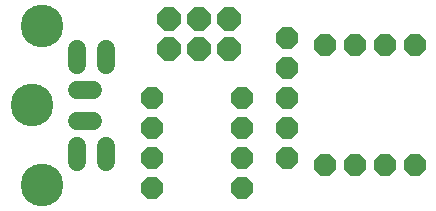
<source format=gts>
G04 EAGLE Gerber RS-274X export*
G75*
%MOMM*%
%FSLAX34Y34*%
%LPD*%
%INSoldermask Top*%
%IPPOS*%
%AMOC8*
5,1,8,0,0,1.08239X$1,22.5*%
G01*
%ADD10P,2.144431X8X22.500000*%
%ADD11C,1.509600*%
%ADD12C,3.617600*%
%ADD13P,1.979475X8X112.500000*%
%ADD14P,1.979475X8X22.500000*%
%ADD15P,1.979475X8X292.500000*%


D10*
X147325Y143175D03*
X147325Y168575D03*
X172725Y143175D03*
X172725Y168575D03*
X198125Y143175D03*
X198125Y168575D03*
D11*
X69550Y61000D02*
X69550Y46920D01*
X69550Y82000D02*
X83630Y82000D01*
X83630Y108000D02*
X69550Y108000D01*
X69550Y129000D02*
X69550Y143080D01*
X94550Y61000D02*
X94550Y46920D01*
X94550Y129000D02*
X94550Y143080D01*
D12*
X31550Y95000D03*
X40550Y28000D03*
X40550Y162000D03*
D13*
X247650Y50800D03*
X247650Y76200D03*
X247650Y101600D03*
X247650Y127000D03*
X247650Y152400D03*
D14*
X133350Y101600D03*
X133350Y76200D03*
X133350Y50800D03*
X133350Y25400D03*
X209550Y25400D03*
X209550Y50800D03*
X209550Y76200D03*
X209550Y101600D03*
D13*
X304800Y44450D03*
X304800Y146050D03*
X279400Y44450D03*
X279400Y146050D03*
X330200Y44450D03*
X330200Y146050D03*
D15*
X355600Y146050D03*
X355600Y44450D03*
M02*

</source>
